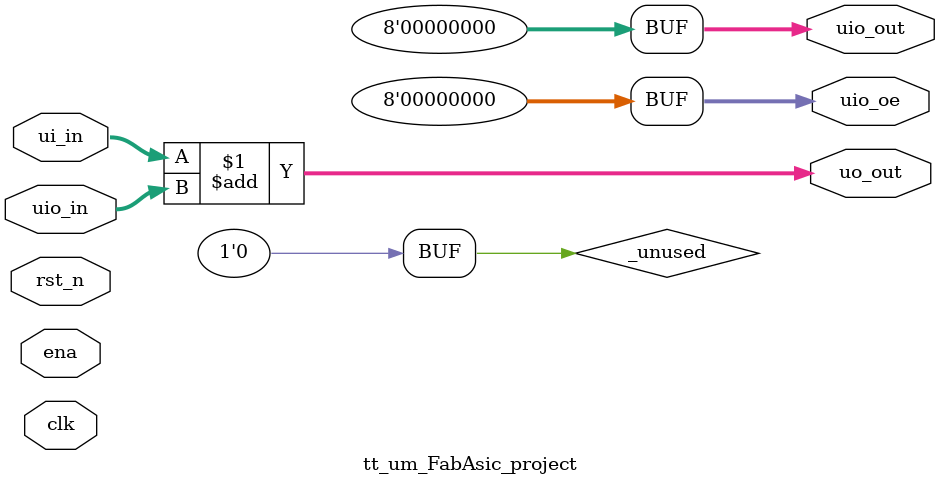
<source format=v>
/*
 * Copyright (c) 2024 Your Osvaldo Rojas
 * SPDX-License-Identifier: Apache-2.0
 */

`default_nettype none

module tt_um_FabAsic_project (
    input  wire [7:0] ui_in,    // Dedicated inputs
    output wire [7:0] uo_out,   // Dedicated outputs
    input  wire [7:0] uio_in,   // IOs: Input path
    output wire [7:0] uio_out,  // IOs: Output path
    output wire [7:0] uio_oe,   // IOs: Enable path (active high: 0=input, 1=output)
    input  wire       ena,      // always 1 when the design is powered, so you can ignore it
    input  wire       clk,      // clock
    input  wire       rst_n     // reset_n - low to reset
);

  // All output pins must be assigned. If not used, assign to 0.
  assign uo_out  = ui_in + uio_in;  // Example: ou_out is the sum of ui_in and uio_in
  assign uio_out = 0;
  assign uio_oe  = 0;

  // List all unused inputs to prevent warnings
  wire _unused = &{ena, clk, rst_n, 1'b0};

endmodule

</source>
